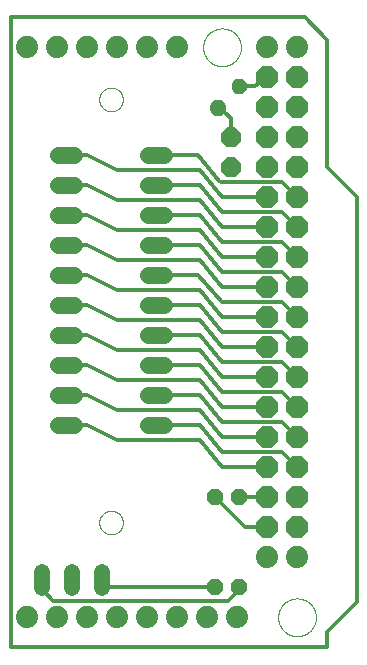
<source format=gtl>
G75*
%MOIN*%
%OFA0B0*%
%FSLAX25Y25*%
%IPPOS*%
%LPD*%
%AMOC8*
5,1,8,0,0,1.08239X$1,22.5*
%
%ADD10C,0.00000*%
%ADD11C,0.01200*%
%ADD12C,0.07400*%
%ADD13OC8,0.07400*%
%ADD14C,0.05543*%
%ADD15OC8,0.06600*%
%ADD16C,0.05200*%
%ADD17C,0.01040*%
%ADD18OC8,0.05200*%
%ADD19C,0.01600*%
D10*
X0124063Y0058526D02*
X0124065Y0058651D01*
X0124071Y0058776D01*
X0124081Y0058900D01*
X0124095Y0059024D01*
X0124112Y0059148D01*
X0124134Y0059271D01*
X0124160Y0059393D01*
X0124189Y0059515D01*
X0124222Y0059635D01*
X0124260Y0059754D01*
X0124300Y0059873D01*
X0124345Y0059989D01*
X0124393Y0060104D01*
X0124445Y0060218D01*
X0124501Y0060330D01*
X0124560Y0060440D01*
X0124622Y0060548D01*
X0124688Y0060655D01*
X0124757Y0060759D01*
X0124830Y0060860D01*
X0124905Y0060960D01*
X0124984Y0061057D01*
X0125066Y0061151D01*
X0125151Y0061243D01*
X0125238Y0061332D01*
X0125329Y0061418D01*
X0125422Y0061501D01*
X0125518Y0061582D01*
X0125616Y0061659D01*
X0125716Y0061733D01*
X0125819Y0061804D01*
X0125924Y0061871D01*
X0126032Y0061936D01*
X0126141Y0061996D01*
X0126252Y0062054D01*
X0126365Y0062107D01*
X0126479Y0062157D01*
X0126595Y0062204D01*
X0126712Y0062246D01*
X0126831Y0062285D01*
X0126951Y0062321D01*
X0127072Y0062352D01*
X0127194Y0062380D01*
X0127316Y0062403D01*
X0127440Y0062423D01*
X0127564Y0062439D01*
X0127688Y0062451D01*
X0127813Y0062459D01*
X0127938Y0062463D01*
X0128062Y0062463D01*
X0128187Y0062459D01*
X0128312Y0062451D01*
X0128436Y0062439D01*
X0128560Y0062423D01*
X0128684Y0062403D01*
X0128806Y0062380D01*
X0128928Y0062352D01*
X0129049Y0062321D01*
X0129169Y0062285D01*
X0129288Y0062246D01*
X0129405Y0062204D01*
X0129521Y0062157D01*
X0129635Y0062107D01*
X0129748Y0062054D01*
X0129859Y0061996D01*
X0129969Y0061936D01*
X0130076Y0061871D01*
X0130181Y0061804D01*
X0130284Y0061733D01*
X0130384Y0061659D01*
X0130482Y0061582D01*
X0130578Y0061501D01*
X0130671Y0061418D01*
X0130762Y0061332D01*
X0130849Y0061243D01*
X0130934Y0061151D01*
X0131016Y0061057D01*
X0131095Y0060960D01*
X0131170Y0060860D01*
X0131243Y0060759D01*
X0131312Y0060655D01*
X0131378Y0060548D01*
X0131440Y0060440D01*
X0131499Y0060330D01*
X0131555Y0060218D01*
X0131607Y0060104D01*
X0131655Y0059989D01*
X0131700Y0059873D01*
X0131740Y0059754D01*
X0131778Y0059635D01*
X0131811Y0059515D01*
X0131840Y0059393D01*
X0131866Y0059271D01*
X0131888Y0059148D01*
X0131905Y0059024D01*
X0131919Y0058900D01*
X0131929Y0058776D01*
X0131935Y0058651D01*
X0131937Y0058526D01*
X0131935Y0058401D01*
X0131929Y0058276D01*
X0131919Y0058152D01*
X0131905Y0058028D01*
X0131888Y0057904D01*
X0131866Y0057781D01*
X0131840Y0057659D01*
X0131811Y0057537D01*
X0131778Y0057417D01*
X0131740Y0057298D01*
X0131700Y0057179D01*
X0131655Y0057063D01*
X0131607Y0056948D01*
X0131555Y0056834D01*
X0131499Y0056722D01*
X0131440Y0056612D01*
X0131378Y0056504D01*
X0131312Y0056397D01*
X0131243Y0056293D01*
X0131170Y0056192D01*
X0131095Y0056092D01*
X0131016Y0055995D01*
X0130934Y0055901D01*
X0130849Y0055809D01*
X0130762Y0055720D01*
X0130671Y0055634D01*
X0130578Y0055551D01*
X0130482Y0055470D01*
X0130384Y0055393D01*
X0130284Y0055319D01*
X0130181Y0055248D01*
X0130076Y0055181D01*
X0129968Y0055116D01*
X0129859Y0055056D01*
X0129748Y0054998D01*
X0129635Y0054945D01*
X0129521Y0054895D01*
X0129405Y0054848D01*
X0129288Y0054806D01*
X0129169Y0054767D01*
X0129049Y0054731D01*
X0128928Y0054700D01*
X0128806Y0054672D01*
X0128684Y0054649D01*
X0128560Y0054629D01*
X0128436Y0054613D01*
X0128312Y0054601D01*
X0128187Y0054593D01*
X0128062Y0054589D01*
X0127938Y0054589D01*
X0127813Y0054593D01*
X0127688Y0054601D01*
X0127564Y0054613D01*
X0127440Y0054629D01*
X0127316Y0054649D01*
X0127194Y0054672D01*
X0127072Y0054700D01*
X0126951Y0054731D01*
X0126831Y0054767D01*
X0126712Y0054806D01*
X0126595Y0054848D01*
X0126479Y0054895D01*
X0126365Y0054945D01*
X0126252Y0054998D01*
X0126141Y0055056D01*
X0126031Y0055116D01*
X0125924Y0055181D01*
X0125819Y0055248D01*
X0125716Y0055319D01*
X0125616Y0055393D01*
X0125518Y0055470D01*
X0125422Y0055551D01*
X0125329Y0055634D01*
X0125238Y0055720D01*
X0125151Y0055809D01*
X0125066Y0055901D01*
X0124984Y0055995D01*
X0124905Y0056092D01*
X0124830Y0056192D01*
X0124757Y0056293D01*
X0124688Y0056397D01*
X0124622Y0056504D01*
X0124560Y0056612D01*
X0124501Y0056722D01*
X0124445Y0056834D01*
X0124393Y0056948D01*
X0124345Y0057063D01*
X0124300Y0057179D01*
X0124260Y0057298D01*
X0124222Y0057417D01*
X0124189Y0057537D01*
X0124160Y0057659D01*
X0124134Y0057781D01*
X0124112Y0057904D01*
X0124095Y0058028D01*
X0124081Y0058152D01*
X0124071Y0058276D01*
X0124065Y0058401D01*
X0124063Y0058526D01*
X0183701Y0026928D02*
X0183703Y0027086D01*
X0183709Y0027244D01*
X0183719Y0027402D01*
X0183733Y0027560D01*
X0183751Y0027717D01*
X0183772Y0027874D01*
X0183798Y0028030D01*
X0183828Y0028186D01*
X0183861Y0028341D01*
X0183899Y0028494D01*
X0183940Y0028647D01*
X0183985Y0028799D01*
X0184034Y0028950D01*
X0184087Y0029099D01*
X0184143Y0029247D01*
X0184203Y0029393D01*
X0184267Y0029538D01*
X0184335Y0029681D01*
X0184406Y0029823D01*
X0184480Y0029963D01*
X0184558Y0030100D01*
X0184640Y0030236D01*
X0184724Y0030370D01*
X0184813Y0030501D01*
X0184904Y0030630D01*
X0184999Y0030757D01*
X0185096Y0030882D01*
X0185197Y0031004D01*
X0185301Y0031123D01*
X0185408Y0031240D01*
X0185518Y0031354D01*
X0185631Y0031465D01*
X0185746Y0031574D01*
X0185864Y0031679D01*
X0185985Y0031781D01*
X0186108Y0031881D01*
X0186234Y0031977D01*
X0186362Y0032070D01*
X0186492Y0032160D01*
X0186625Y0032246D01*
X0186760Y0032330D01*
X0186896Y0032409D01*
X0187035Y0032486D01*
X0187176Y0032558D01*
X0187318Y0032628D01*
X0187462Y0032693D01*
X0187608Y0032755D01*
X0187755Y0032813D01*
X0187904Y0032868D01*
X0188054Y0032919D01*
X0188205Y0032966D01*
X0188357Y0033009D01*
X0188510Y0033048D01*
X0188665Y0033084D01*
X0188820Y0033115D01*
X0188976Y0033143D01*
X0189132Y0033167D01*
X0189289Y0033187D01*
X0189447Y0033203D01*
X0189604Y0033215D01*
X0189763Y0033223D01*
X0189921Y0033227D01*
X0190079Y0033227D01*
X0190237Y0033223D01*
X0190396Y0033215D01*
X0190553Y0033203D01*
X0190711Y0033187D01*
X0190868Y0033167D01*
X0191024Y0033143D01*
X0191180Y0033115D01*
X0191335Y0033084D01*
X0191490Y0033048D01*
X0191643Y0033009D01*
X0191795Y0032966D01*
X0191946Y0032919D01*
X0192096Y0032868D01*
X0192245Y0032813D01*
X0192392Y0032755D01*
X0192538Y0032693D01*
X0192682Y0032628D01*
X0192824Y0032558D01*
X0192965Y0032486D01*
X0193104Y0032409D01*
X0193240Y0032330D01*
X0193375Y0032246D01*
X0193508Y0032160D01*
X0193638Y0032070D01*
X0193766Y0031977D01*
X0193892Y0031881D01*
X0194015Y0031781D01*
X0194136Y0031679D01*
X0194254Y0031574D01*
X0194369Y0031465D01*
X0194482Y0031354D01*
X0194592Y0031240D01*
X0194699Y0031123D01*
X0194803Y0031004D01*
X0194904Y0030882D01*
X0195001Y0030757D01*
X0195096Y0030630D01*
X0195187Y0030501D01*
X0195276Y0030370D01*
X0195360Y0030236D01*
X0195442Y0030100D01*
X0195520Y0029963D01*
X0195594Y0029823D01*
X0195665Y0029681D01*
X0195733Y0029538D01*
X0195797Y0029393D01*
X0195857Y0029247D01*
X0195913Y0029099D01*
X0195966Y0028950D01*
X0196015Y0028799D01*
X0196060Y0028647D01*
X0196101Y0028494D01*
X0196139Y0028341D01*
X0196172Y0028186D01*
X0196202Y0028030D01*
X0196228Y0027874D01*
X0196249Y0027717D01*
X0196267Y0027560D01*
X0196281Y0027402D01*
X0196291Y0027244D01*
X0196297Y0027086D01*
X0196299Y0026928D01*
X0196297Y0026770D01*
X0196291Y0026612D01*
X0196281Y0026454D01*
X0196267Y0026296D01*
X0196249Y0026139D01*
X0196228Y0025982D01*
X0196202Y0025826D01*
X0196172Y0025670D01*
X0196139Y0025515D01*
X0196101Y0025362D01*
X0196060Y0025209D01*
X0196015Y0025057D01*
X0195966Y0024906D01*
X0195913Y0024757D01*
X0195857Y0024609D01*
X0195797Y0024463D01*
X0195733Y0024318D01*
X0195665Y0024175D01*
X0195594Y0024033D01*
X0195520Y0023893D01*
X0195442Y0023756D01*
X0195360Y0023620D01*
X0195276Y0023486D01*
X0195187Y0023355D01*
X0195096Y0023226D01*
X0195001Y0023099D01*
X0194904Y0022974D01*
X0194803Y0022852D01*
X0194699Y0022733D01*
X0194592Y0022616D01*
X0194482Y0022502D01*
X0194369Y0022391D01*
X0194254Y0022282D01*
X0194136Y0022177D01*
X0194015Y0022075D01*
X0193892Y0021975D01*
X0193766Y0021879D01*
X0193638Y0021786D01*
X0193508Y0021696D01*
X0193375Y0021610D01*
X0193240Y0021526D01*
X0193104Y0021447D01*
X0192965Y0021370D01*
X0192824Y0021298D01*
X0192682Y0021228D01*
X0192538Y0021163D01*
X0192392Y0021101D01*
X0192245Y0021043D01*
X0192096Y0020988D01*
X0191946Y0020937D01*
X0191795Y0020890D01*
X0191643Y0020847D01*
X0191490Y0020808D01*
X0191335Y0020772D01*
X0191180Y0020741D01*
X0191024Y0020713D01*
X0190868Y0020689D01*
X0190711Y0020669D01*
X0190553Y0020653D01*
X0190396Y0020641D01*
X0190237Y0020633D01*
X0190079Y0020629D01*
X0189921Y0020629D01*
X0189763Y0020633D01*
X0189604Y0020641D01*
X0189447Y0020653D01*
X0189289Y0020669D01*
X0189132Y0020689D01*
X0188976Y0020713D01*
X0188820Y0020741D01*
X0188665Y0020772D01*
X0188510Y0020808D01*
X0188357Y0020847D01*
X0188205Y0020890D01*
X0188054Y0020937D01*
X0187904Y0020988D01*
X0187755Y0021043D01*
X0187608Y0021101D01*
X0187462Y0021163D01*
X0187318Y0021228D01*
X0187176Y0021298D01*
X0187035Y0021370D01*
X0186896Y0021447D01*
X0186760Y0021526D01*
X0186625Y0021610D01*
X0186492Y0021696D01*
X0186362Y0021786D01*
X0186234Y0021879D01*
X0186108Y0021975D01*
X0185985Y0022075D01*
X0185864Y0022177D01*
X0185746Y0022282D01*
X0185631Y0022391D01*
X0185518Y0022502D01*
X0185408Y0022616D01*
X0185301Y0022733D01*
X0185197Y0022852D01*
X0185096Y0022974D01*
X0184999Y0023099D01*
X0184904Y0023226D01*
X0184813Y0023355D01*
X0184724Y0023486D01*
X0184640Y0023620D01*
X0184558Y0023756D01*
X0184480Y0023893D01*
X0184406Y0024033D01*
X0184335Y0024175D01*
X0184267Y0024318D01*
X0184203Y0024463D01*
X0184143Y0024609D01*
X0184087Y0024757D01*
X0184034Y0024906D01*
X0183985Y0025057D01*
X0183940Y0025209D01*
X0183899Y0025362D01*
X0183861Y0025515D01*
X0183828Y0025670D01*
X0183798Y0025826D01*
X0183772Y0025982D01*
X0183751Y0026139D01*
X0183733Y0026296D01*
X0183719Y0026454D01*
X0183709Y0026612D01*
X0183703Y0026770D01*
X0183701Y0026928D01*
X0209921Y0031849D02*
X0210000Y0031928D01*
X0124063Y0199550D02*
X0124065Y0199675D01*
X0124071Y0199800D01*
X0124081Y0199924D01*
X0124095Y0200048D01*
X0124112Y0200172D01*
X0124134Y0200295D01*
X0124160Y0200417D01*
X0124189Y0200539D01*
X0124222Y0200659D01*
X0124260Y0200778D01*
X0124300Y0200897D01*
X0124345Y0201013D01*
X0124393Y0201128D01*
X0124445Y0201242D01*
X0124501Y0201354D01*
X0124560Y0201464D01*
X0124622Y0201572D01*
X0124688Y0201679D01*
X0124757Y0201783D01*
X0124830Y0201884D01*
X0124905Y0201984D01*
X0124984Y0202081D01*
X0125066Y0202175D01*
X0125151Y0202267D01*
X0125238Y0202356D01*
X0125329Y0202442D01*
X0125422Y0202525D01*
X0125518Y0202606D01*
X0125616Y0202683D01*
X0125716Y0202757D01*
X0125819Y0202828D01*
X0125924Y0202895D01*
X0126032Y0202960D01*
X0126141Y0203020D01*
X0126252Y0203078D01*
X0126365Y0203131D01*
X0126479Y0203181D01*
X0126595Y0203228D01*
X0126712Y0203270D01*
X0126831Y0203309D01*
X0126951Y0203345D01*
X0127072Y0203376D01*
X0127194Y0203404D01*
X0127316Y0203427D01*
X0127440Y0203447D01*
X0127564Y0203463D01*
X0127688Y0203475D01*
X0127813Y0203483D01*
X0127938Y0203487D01*
X0128062Y0203487D01*
X0128187Y0203483D01*
X0128312Y0203475D01*
X0128436Y0203463D01*
X0128560Y0203447D01*
X0128684Y0203427D01*
X0128806Y0203404D01*
X0128928Y0203376D01*
X0129049Y0203345D01*
X0129169Y0203309D01*
X0129288Y0203270D01*
X0129405Y0203228D01*
X0129521Y0203181D01*
X0129635Y0203131D01*
X0129748Y0203078D01*
X0129859Y0203020D01*
X0129969Y0202960D01*
X0130076Y0202895D01*
X0130181Y0202828D01*
X0130284Y0202757D01*
X0130384Y0202683D01*
X0130482Y0202606D01*
X0130578Y0202525D01*
X0130671Y0202442D01*
X0130762Y0202356D01*
X0130849Y0202267D01*
X0130934Y0202175D01*
X0131016Y0202081D01*
X0131095Y0201984D01*
X0131170Y0201884D01*
X0131243Y0201783D01*
X0131312Y0201679D01*
X0131378Y0201572D01*
X0131440Y0201464D01*
X0131499Y0201354D01*
X0131555Y0201242D01*
X0131607Y0201128D01*
X0131655Y0201013D01*
X0131700Y0200897D01*
X0131740Y0200778D01*
X0131778Y0200659D01*
X0131811Y0200539D01*
X0131840Y0200417D01*
X0131866Y0200295D01*
X0131888Y0200172D01*
X0131905Y0200048D01*
X0131919Y0199924D01*
X0131929Y0199800D01*
X0131935Y0199675D01*
X0131937Y0199550D01*
X0131935Y0199425D01*
X0131929Y0199300D01*
X0131919Y0199176D01*
X0131905Y0199052D01*
X0131888Y0198928D01*
X0131866Y0198805D01*
X0131840Y0198683D01*
X0131811Y0198561D01*
X0131778Y0198441D01*
X0131740Y0198322D01*
X0131700Y0198203D01*
X0131655Y0198087D01*
X0131607Y0197972D01*
X0131555Y0197858D01*
X0131499Y0197746D01*
X0131440Y0197636D01*
X0131378Y0197528D01*
X0131312Y0197421D01*
X0131243Y0197317D01*
X0131170Y0197216D01*
X0131095Y0197116D01*
X0131016Y0197019D01*
X0130934Y0196925D01*
X0130849Y0196833D01*
X0130762Y0196744D01*
X0130671Y0196658D01*
X0130578Y0196575D01*
X0130482Y0196494D01*
X0130384Y0196417D01*
X0130284Y0196343D01*
X0130181Y0196272D01*
X0130076Y0196205D01*
X0129968Y0196140D01*
X0129859Y0196080D01*
X0129748Y0196022D01*
X0129635Y0195969D01*
X0129521Y0195919D01*
X0129405Y0195872D01*
X0129288Y0195830D01*
X0129169Y0195791D01*
X0129049Y0195755D01*
X0128928Y0195724D01*
X0128806Y0195696D01*
X0128684Y0195673D01*
X0128560Y0195653D01*
X0128436Y0195637D01*
X0128312Y0195625D01*
X0128187Y0195617D01*
X0128062Y0195613D01*
X0127938Y0195613D01*
X0127813Y0195617D01*
X0127688Y0195625D01*
X0127564Y0195637D01*
X0127440Y0195653D01*
X0127316Y0195673D01*
X0127194Y0195696D01*
X0127072Y0195724D01*
X0126951Y0195755D01*
X0126831Y0195791D01*
X0126712Y0195830D01*
X0126595Y0195872D01*
X0126479Y0195919D01*
X0126365Y0195969D01*
X0126252Y0196022D01*
X0126141Y0196080D01*
X0126031Y0196140D01*
X0125924Y0196205D01*
X0125819Y0196272D01*
X0125716Y0196343D01*
X0125616Y0196417D01*
X0125518Y0196494D01*
X0125422Y0196575D01*
X0125329Y0196658D01*
X0125238Y0196744D01*
X0125151Y0196833D01*
X0125066Y0196925D01*
X0124984Y0197019D01*
X0124905Y0197116D01*
X0124830Y0197216D01*
X0124757Y0197317D01*
X0124688Y0197421D01*
X0124622Y0197528D01*
X0124560Y0197636D01*
X0124501Y0197746D01*
X0124445Y0197858D01*
X0124393Y0197972D01*
X0124345Y0198087D01*
X0124300Y0198203D01*
X0124260Y0198322D01*
X0124222Y0198441D01*
X0124189Y0198561D01*
X0124160Y0198683D01*
X0124134Y0198805D01*
X0124112Y0198928D01*
X0124095Y0199052D01*
X0124081Y0199176D01*
X0124071Y0199300D01*
X0124065Y0199425D01*
X0124063Y0199550D01*
X0158701Y0216928D02*
X0158703Y0217086D01*
X0158709Y0217244D01*
X0158719Y0217402D01*
X0158733Y0217560D01*
X0158751Y0217717D01*
X0158772Y0217874D01*
X0158798Y0218030D01*
X0158828Y0218186D01*
X0158861Y0218341D01*
X0158899Y0218494D01*
X0158940Y0218647D01*
X0158985Y0218799D01*
X0159034Y0218950D01*
X0159087Y0219099D01*
X0159143Y0219247D01*
X0159203Y0219393D01*
X0159267Y0219538D01*
X0159335Y0219681D01*
X0159406Y0219823D01*
X0159480Y0219963D01*
X0159558Y0220100D01*
X0159640Y0220236D01*
X0159724Y0220370D01*
X0159813Y0220501D01*
X0159904Y0220630D01*
X0159999Y0220757D01*
X0160096Y0220882D01*
X0160197Y0221004D01*
X0160301Y0221123D01*
X0160408Y0221240D01*
X0160518Y0221354D01*
X0160631Y0221465D01*
X0160746Y0221574D01*
X0160864Y0221679D01*
X0160985Y0221781D01*
X0161108Y0221881D01*
X0161234Y0221977D01*
X0161362Y0222070D01*
X0161492Y0222160D01*
X0161625Y0222246D01*
X0161760Y0222330D01*
X0161896Y0222409D01*
X0162035Y0222486D01*
X0162176Y0222558D01*
X0162318Y0222628D01*
X0162462Y0222693D01*
X0162608Y0222755D01*
X0162755Y0222813D01*
X0162904Y0222868D01*
X0163054Y0222919D01*
X0163205Y0222966D01*
X0163357Y0223009D01*
X0163510Y0223048D01*
X0163665Y0223084D01*
X0163820Y0223115D01*
X0163976Y0223143D01*
X0164132Y0223167D01*
X0164289Y0223187D01*
X0164447Y0223203D01*
X0164604Y0223215D01*
X0164763Y0223223D01*
X0164921Y0223227D01*
X0165079Y0223227D01*
X0165237Y0223223D01*
X0165396Y0223215D01*
X0165553Y0223203D01*
X0165711Y0223187D01*
X0165868Y0223167D01*
X0166024Y0223143D01*
X0166180Y0223115D01*
X0166335Y0223084D01*
X0166490Y0223048D01*
X0166643Y0223009D01*
X0166795Y0222966D01*
X0166946Y0222919D01*
X0167096Y0222868D01*
X0167245Y0222813D01*
X0167392Y0222755D01*
X0167538Y0222693D01*
X0167682Y0222628D01*
X0167824Y0222558D01*
X0167965Y0222486D01*
X0168104Y0222409D01*
X0168240Y0222330D01*
X0168375Y0222246D01*
X0168508Y0222160D01*
X0168638Y0222070D01*
X0168766Y0221977D01*
X0168892Y0221881D01*
X0169015Y0221781D01*
X0169136Y0221679D01*
X0169254Y0221574D01*
X0169369Y0221465D01*
X0169482Y0221354D01*
X0169592Y0221240D01*
X0169699Y0221123D01*
X0169803Y0221004D01*
X0169904Y0220882D01*
X0170001Y0220757D01*
X0170096Y0220630D01*
X0170187Y0220501D01*
X0170276Y0220370D01*
X0170360Y0220236D01*
X0170442Y0220100D01*
X0170520Y0219963D01*
X0170594Y0219823D01*
X0170665Y0219681D01*
X0170733Y0219538D01*
X0170797Y0219393D01*
X0170857Y0219247D01*
X0170913Y0219099D01*
X0170966Y0218950D01*
X0171015Y0218799D01*
X0171060Y0218647D01*
X0171101Y0218494D01*
X0171139Y0218341D01*
X0171172Y0218186D01*
X0171202Y0218030D01*
X0171228Y0217874D01*
X0171249Y0217717D01*
X0171267Y0217560D01*
X0171281Y0217402D01*
X0171291Y0217244D01*
X0171297Y0217086D01*
X0171299Y0216928D01*
X0171297Y0216770D01*
X0171291Y0216612D01*
X0171281Y0216454D01*
X0171267Y0216296D01*
X0171249Y0216139D01*
X0171228Y0215982D01*
X0171202Y0215826D01*
X0171172Y0215670D01*
X0171139Y0215515D01*
X0171101Y0215362D01*
X0171060Y0215209D01*
X0171015Y0215057D01*
X0170966Y0214906D01*
X0170913Y0214757D01*
X0170857Y0214609D01*
X0170797Y0214463D01*
X0170733Y0214318D01*
X0170665Y0214175D01*
X0170594Y0214033D01*
X0170520Y0213893D01*
X0170442Y0213756D01*
X0170360Y0213620D01*
X0170276Y0213486D01*
X0170187Y0213355D01*
X0170096Y0213226D01*
X0170001Y0213099D01*
X0169904Y0212974D01*
X0169803Y0212852D01*
X0169699Y0212733D01*
X0169592Y0212616D01*
X0169482Y0212502D01*
X0169369Y0212391D01*
X0169254Y0212282D01*
X0169136Y0212177D01*
X0169015Y0212075D01*
X0168892Y0211975D01*
X0168766Y0211879D01*
X0168638Y0211786D01*
X0168508Y0211696D01*
X0168375Y0211610D01*
X0168240Y0211526D01*
X0168104Y0211447D01*
X0167965Y0211370D01*
X0167824Y0211298D01*
X0167682Y0211228D01*
X0167538Y0211163D01*
X0167392Y0211101D01*
X0167245Y0211043D01*
X0167096Y0210988D01*
X0166946Y0210937D01*
X0166795Y0210890D01*
X0166643Y0210847D01*
X0166490Y0210808D01*
X0166335Y0210772D01*
X0166180Y0210741D01*
X0166024Y0210713D01*
X0165868Y0210689D01*
X0165711Y0210669D01*
X0165553Y0210653D01*
X0165396Y0210641D01*
X0165237Y0210633D01*
X0165079Y0210629D01*
X0164921Y0210629D01*
X0164763Y0210633D01*
X0164604Y0210641D01*
X0164447Y0210653D01*
X0164289Y0210669D01*
X0164132Y0210689D01*
X0163976Y0210713D01*
X0163820Y0210741D01*
X0163665Y0210772D01*
X0163510Y0210808D01*
X0163357Y0210847D01*
X0163205Y0210890D01*
X0163054Y0210937D01*
X0162904Y0210988D01*
X0162755Y0211043D01*
X0162608Y0211101D01*
X0162462Y0211163D01*
X0162318Y0211228D01*
X0162176Y0211298D01*
X0162035Y0211370D01*
X0161896Y0211447D01*
X0161760Y0211526D01*
X0161625Y0211610D01*
X0161492Y0211696D01*
X0161362Y0211786D01*
X0161234Y0211879D01*
X0161108Y0211975D01*
X0160985Y0212075D01*
X0160864Y0212177D01*
X0160746Y0212282D01*
X0160631Y0212391D01*
X0160518Y0212502D01*
X0160408Y0212616D01*
X0160301Y0212733D01*
X0160197Y0212852D01*
X0160096Y0212974D01*
X0159999Y0213099D01*
X0159904Y0213226D01*
X0159813Y0213355D01*
X0159724Y0213486D01*
X0159640Y0213620D01*
X0159558Y0213756D01*
X0159480Y0213893D01*
X0159406Y0214033D01*
X0159335Y0214175D01*
X0159267Y0214318D01*
X0159203Y0214463D01*
X0159143Y0214609D01*
X0159087Y0214757D01*
X0159034Y0214906D01*
X0158985Y0215057D01*
X0158940Y0215209D01*
X0158899Y0215362D01*
X0158861Y0215515D01*
X0158828Y0215670D01*
X0158798Y0215826D01*
X0158772Y0215982D01*
X0158751Y0216139D01*
X0158733Y0216296D01*
X0158719Y0216454D01*
X0158709Y0216612D01*
X0158703Y0216770D01*
X0158701Y0216928D01*
D11*
X0094500Y0226928D02*
X0094500Y0016928D01*
X0200000Y0016928D01*
X0200000Y0021928D01*
X0210000Y0031928D01*
X0210000Y0032428D02*
X0210000Y0166928D01*
X0200000Y0176928D01*
X0200000Y0219428D01*
X0192500Y0226928D01*
X0094500Y0226928D01*
X0113000Y0180928D02*
X0120000Y0180928D01*
X0130000Y0175928D01*
X0157500Y0175928D01*
X0165000Y0166928D01*
X0180000Y0166928D01*
X0185000Y0171928D02*
X0164500Y0171928D01*
X0164000Y0172428D01*
X0157000Y0180928D01*
X0143000Y0180928D01*
X0143000Y0170928D02*
X0157500Y0170928D01*
X0165000Y0161928D01*
X0185000Y0161928D01*
X0190000Y0156928D01*
X0185000Y0151928D02*
X0190000Y0146928D01*
X0185000Y0151928D02*
X0165000Y0151928D01*
X0157500Y0160928D01*
X0143000Y0160928D01*
X0143000Y0150928D02*
X0157500Y0150928D01*
X0165000Y0141928D01*
X0185000Y0141928D01*
X0190000Y0136928D01*
X0185000Y0131928D02*
X0190000Y0126928D01*
X0185000Y0131928D02*
X0165000Y0131928D01*
X0157000Y0140928D01*
X0143000Y0140928D01*
X0143000Y0130928D02*
X0157500Y0130928D01*
X0165000Y0121928D01*
X0185000Y0121928D01*
X0190000Y0116928D01*
X0185000Y0111928D02*
X0190000Y0106928D01*
X0185000Y0111928D02*
X0165000Y0111928D01*
X0157500Y0120928D01*
X0143000Y0120928D01*
X0143000Y0110928D02*
X0157500Y0110928D01*
X0165000Y0101928D01*
X0185000Y0101928D01*
X0190000Y0096928D01*
X0185000Y0091928D02*
X0190000Y0086928D01*
X0185000Y0081928D02*
X0190000Y0076928D01*
X0185000Y0081928D02*
X0165000Y0081928D01*
X0157500Y0090928D01*
X0143000Y0090928D01*
X0143000Y0100928D02*
X0157500Y0100928D01*
X0165000Y0091928D01*
X0185000Y0091928D01*
X0180000Y0096928D02*
X0165000Y0096928D01*
X0157500Y0105928D01*
X0130000Y0105928D01*
X0120000Y0110928D01*
X0113000Y0110928D01*
X0113000Y0120928D02*
X0120000Y0120928D01*
X0130000Y0115928D01*
X0157500Y0115928D01*
X0165000Y0106928D01*
X0180000Y0106928D01*
X0180000Y0116928D02*
X0165000Y0116928D01*
X0157500Y0125928D01*
X0130000Y0125928D01*
X0120000Y0130928D01*
X0113000Y0130928D01*
X0113000Y0140928D02*
X0120000Y0140928D01*
X0130000Y0135928D01*
X0157500Y0135928D01*
X0165000Y0126928D01*
X0180000Y0126928D01*
X0180000Y0136928D02*
X0165000Y0136928D01*
X0157500Y0145928D01*
X0130000Y0145928D01*
X0120000Y0150928D01*
X0113000Y0150928D01*
X0113000Y0160928D02*
X0120000Y0160928D01*
X0130000Y0155928D01*
X0157500Y0155928D01*
X0165000Y0146928D01*
X0180000Y0146928D01*
X0180000Y0156928D02*
X0165000Y0156928D01*
X0157500Y0165928D01*
X0130000Y0165928D01*
X0120000Y0170928D01*
X0113000Y0170928D01*
X0163525Y0196953D02*
X0168000Y0193428D01*
X0168000Y0186928D01*
X0170596Y0204024D02*
X0176000Y0203928D01*
X0180000Y0206928D01*
X0185000Y0171928D02*
X0190000Y0166928D01*
X0157500Y0095928D02*
X0130000Y0095928D01*
X0120000Y0100928D01*
X0113000Y0100928D01*
X0113000Y0090928D02*
X0120000Y0090928D01*
X0130000Y0085928D01*
X0157500Y0085928D01*
X0165000Y0076928D01*
X0180000Y0076928D01*
X0180000Y0086928D02*
X0165000Y0086928D01*
X0157500Y0095928D01*
X0162500Y0066928D02*
X0172500Y0056928D01*
X0180000Y0056928D01*
X0180000Y0066928D02*
X0170500Y0066928D01*
X0162500Y0036928D02*
X0127500Y0036928D01*
X0125000Y0039428D01*
X0108500Y0032428D02*
X0105000Y0036428D01*
X0105000Y0039428D01*
X0108500Y0032428D02*
X0167000Y0032428D01*
X0170500Y0035928D01*
D12*
X0170000Y0026928D03*
X0160000Y0026928D03*
X0150000Y0026928D03*
X0140000Y0026928D03*
X0130000Y0026928D03*
X0120000Y0026928D03*
X0110000Y0026928D03*
X0100000Y0026928D03*
X0180000Y0046928D03*
X0190000Y0046928D03*
X0190000Y0216928D03*
X0180000Y0216928D03*
X0150000Y0216928D03*
X0140000Y0216928D03*
X0130000Y0216928D03*
X0120000Y0216928D03*
X0110000Y0216928D03*
X0100000Y0216928D03*
D13*
X0180000Y0206928D03*
X0190000Y0206928D03*
X0190000Y0196928D03*
X0190000Y0186928D03*
X0190000Y0176928D03*
X0180000Y0176928D03*
X0180000Y0186928D03*
X0180000Y0196928D03*
X0180000Y0166928D03*
X0180000Y0156928D03*
X0180000Y0146928D03*
X0190000Y0146928D03*
X0190000Y0156928D03*
X0190000Y0166928D03*
X0190000Y0136928D03*
X0190000Y0126928D03*
X0190000Y0116928D03*
X0180000Y0116928D03*
X0180000Y0126928D03*
X0180000Y0136928D03*
X0180000Y0106928D03*
X0180000Y0096928D03*
X0190000Y0096928D03*
X0190000Y0106928D03*
X0190000Y0086928D03*
X0190000Y0076928D03*
X0190000Y0066928D03*
X0180000Y0066928D03*
X0180000Y0076928D03*
X0180000Y0086928D03*
X0180000Y0056928D03*
X0190000Y0056928D03*
D14*
X0145772Y0090928D02*
X0140228Y0090928D01*
X0140228Y0100928D02*
X0145772Y0100928D01*
X0145772Y0110928D02*
X0140228Y0110928D01*
X0140228Y0120928D02*
X0145772Y0120928D01*
X0145772Y0130928D02*
X0140228Y0130928D01*
X0140228Y0140928D02*
X0145772Y0140928D01*
X0145772Y0150928D02*
X0140228Y0150928D01*
X0140228Y0160928D02*
X0145772Y0160928D01*
X0145772Y0170928D02*
X0140228Y0170928D01*
X0140228Y0180928D02*
X0145772Y0180928D01*
X0115772Y0180928D02*
X0110228Y0180928D01*
X0110228Y0170928D02*
X0115772Y0170928D01*
X0115772Y0160928D02*
X0110228Y0160928D01*
X0110228Y0150928D02*
X0115772Y0150928D01*
X0115772Y0140928D02*
X0110228Y0140928D01*
X0110228Y0130928D02*
X0115772Y0130928D01*
X0115772Y0120928D02*
X0110228Y0120928D01*
X0110228Y0110928D02*
X0115772Y0110928D01*
X0115772Y0100928D02*
X0110228Y0100928D01*
X0110228Y0090928D02*
X0115772Y0090928D01*
D15*
X0168000Y0176928D03*
X0168000Y0186928D03*
D16*
X0125000Y0042028D02*
X0125000Y0036828D01*
X0115000Y0036828D02*
X0115000Y0042028D01*
X0105000Y0042028D02*
X0105000Y0036828D01*
D17*
X0161966Y0196612D02*
X0161446Y0196092D01*
X0161446Y0197814D01*
X0162664Y0199032D01*
X0164386Y0199032D01*
X0165604Y0197814D01*
X0165604Y0196092D01*
X0164386Y0194874D01*
X0162664Y0194874D01*
X0161446Y0196092D01*
X0162226Y0196415D01*
X0162226Y0197491D01*
X0162987Y0198252D01*
X0164063Y0198252D01*
X0164824Y0197491D01*
X0164824Y0196415D01*
X0164063Y0195654D01*
X0162987Y0195654D01*
X0162226Y0196415D01*
X0163006Y0196738D01*
X0163006Y0197168D01*
X0163310Y0197472D01*
X0163740Y0197472D01*
X0164044Y0197168D01*
X0164044Y0196738D01*
X0163740Y0196434D01*
X0163310Y0196434D01*
X0163006Y0196738D01*
X0169037Y0203683D02*
X0168517Y0203163D01*
X0168517Y0204885D01*
X0169735Y0206103D01*
X0171457Y0206103D01*
X0172675Y0204885D01*
X0172675Y0203163D01*
X0171457Y0201945D01*
X0169735Y0201945D01*
X0168517Y0203163D01*
X0169297Y0203486D01*
X0169297Y0204562D01*
X0170058Y0205323D01*
X0171134Y0205323D01*
X0171895Y0204562D01*
X0171895Y0203486D01*
X0171134Y0202725D01*
X0170058Y0202725D01*
X0169297Y0203486D01*
X0170077Y0203809D01*
X0170077Y0204239D01*
X0170381Y0204543D01*
X0170811Y0204543D01*
X0171115Y0204239D01*
X0171115Y0203809D01*
X0170811Y0203505D01*
X0170381Y0203505D01*
X0170077Y0203809D01*
D18*
X0170500Y0066928D03*
X0162500Y0066928D03*
X0162500Y0036928D03*
X0170500Y0036928D03*
D19*
X0170500Y0035928D01*
M02*

</source>
